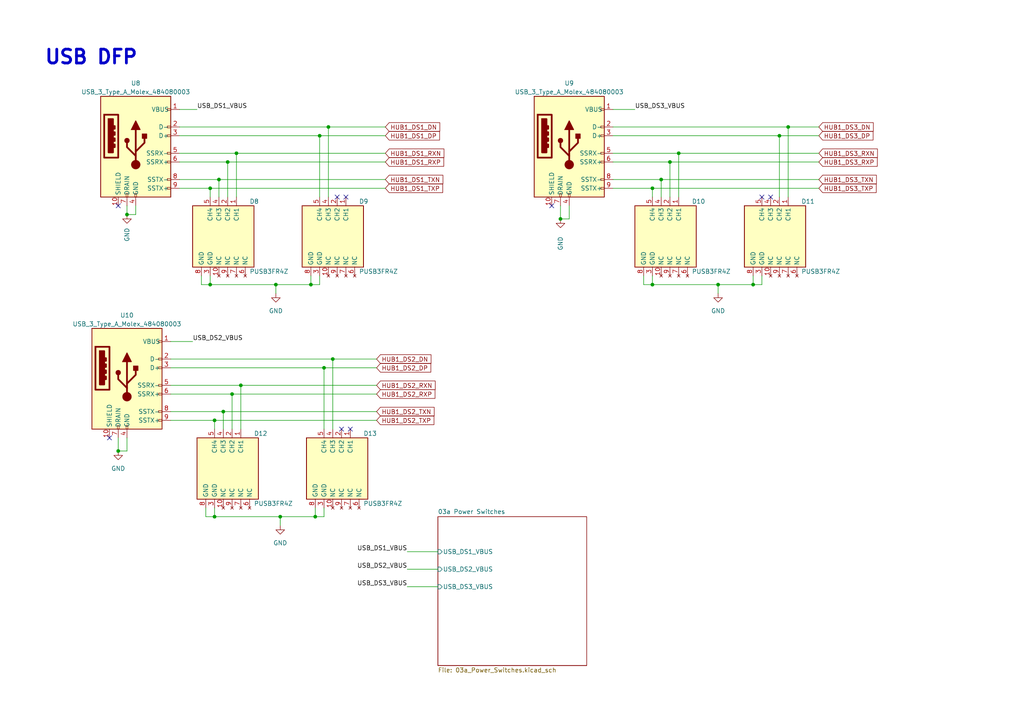
<source format=kicad_sch>
(kicad_sch (version 20230121) (generator eeschema)
  (paper "A4")
  (lib_symbols
    (symbol "CakeUSB:PUSB3FR4Z"
      (property "Reference" "D" (at -10.16 10.16 0))
      (property "Value" "PUSB3FR4Z" (at 11.43 10.16 0))
      (symbol "PUSB3FR4Z_1_1"
        (rectangle (start -8.89 8.89) (end 8.89 -8.89) (stroke (width 0.254)) (fill (type background)))
        (pin passive line (at -11.43 3.81 0) (length 2.54) (name "CH1") (number "1"))
        (pin no_connect line (at 11.43 -1.27 180) (length 2.54) (name "NC") (number "10"))
        (pin passive line (at -11.43 1.27 0) (length 2.54) (name "CH2") (number "2"))
        (pin power_in line (at 11.43 -3.81 180) (length 2.54) (name "GND") (number "3"))
        (pin passive line (at -11.43 -1.27 0) (length 2.54) (name "CH3") (number "4"))
        (pin passive line (at -11.43 -3.81 0) (length 2.54) (name "CH4") (number "5"))
        (pin no_connect line (at 11.43 6.35 180) (length 2.54) (name "NC") (number "6"))
        (pin no_connect line (at 11.43 3.81 180) (length 2.54) (name "NC") (number "7"))
        (pin power_in line (at 11.43 -6.35 180) (length 2.54) (name "GND") (number "8"))
        (pin no_connect line (at 11.43 1.27 180) (length 2.54) (name "NC") (number "9"))
      )
    )
    (symbol "CakeUSB:USB_3_Type_A_Molex_484080003"
      (property "Reference" "J" (at -11.43 15.24 0))
      (property "Value" "USB_3_Type_A_Molex_484080003" (at 22.86 15.24 0))
      (symbol "USB_3_Type_A_Molex_484080003_0_0"
        (rectangle (start -9.144 8.636) (end -5.08 -3.81) (stroke (width 0.508)))
        (rectangle (start -7.874 7.366) (end -6.604 -2.286) (stroke (width 0.508)) (fill (type outline)))
        (rectangle (start -6.35 0) (end -6.096 -0.762) (stroke (width 0.508)))
        (rectangle (start -6.35 1.778) (end -6.096 1.016) (stroke (width 0.508)))
        (rectangle (start -6.35 3.556) (end -6.096 2.794) (stroke (width 0.508)))
        (rectangle (start -6.35 5.334) (end -6.096 4.572) (stroke (width 0.508)))
        (rectangle (start -2.794 -15.24) (end -2.286 -14.224))
        (rectangle (start -0.254 -15.24) (end 0.254 -14.224))
        (rectangle (start 10.16 -12.446) (end 9.144 -12.954))
        (rectangle (start 10.16 -9.906) (end 9.144 -10.414))
        (rectangle (start 10.16 -4.826) (end 9.144 -5.334))
        (rectangle (start 10.16 -2.286) (end 9.144 -2.794))
        (rectangle (start 10.16 2.794) (end 9.144 2.286))
        (rectangle (start 10.16 5.334) (end 9.144 4.826))
        (rectangle (start 10.16 10.414) (end 9.144 9.906))
      )
      (symbol "USB_3_Type_A_Molex_484080003_0_1"
        (rectangle (start -10.16 13.97) (end 10.16 -15.24) (stroke (width 0.254)) (fill (type background)))
      )
      (symbol "USB_3_Type_A_Molex_484080003_1_1"
        (circle (center -2.54 1.143) (radius 0.635) (stroke (width 0.254)) (fill (type outline)))
        (circle (center 0 -5.842) (radius 1.27) (fill (type outline)))
        (polyline (pts (xy 0 -5.842) (xy 0 4.318)) (stroke (width 0.508)))
        (polyline (pts (xy 0 -3.302) (xy -2.54 -0.762) (xy -2.54 0.508)) (stroke (width 0.508)))
        (polyline (pts (xy 0 -2.032) (xy 2.54 0.508) (xy 2.54 1.778)) (stroke (width 0.508)))
        (polyline (pts (xy -1.27 4.318) (xy 0 6.858) (xy 1.27 4.318) (xy -1.27 4.318)) (stroke (width 0.254)) (fill (type outline)))
        (rectangle (start 1.905 1.778) (end 3.175 3.048) (stroke (width 0.254)) (fill (type outline)))
        (pin passive line (at 12.7 10.16 180) (length 2.54) (name "VBUS") (number "1"))
        (pin passive line (at -5.08 -17.78 90) (length 2.54) (name "SHIELD") (number "10"))
        (pin bidirectional line (at 12.7 5.08 180) (length 2.54) (name "D-") (number "2"))
        (pin bidirectional line (at 12.7 2.54 180) (length 2.54) (name "D+") (number "3"))
        (pin power_in line (at 0 -17.78 90) (length 2.54) (name "GND") (number "4"))
        (pin output line (at 12.7 -2.54 180) (length 2.54) (name "SSRX-") (number "5"))
        (pin output line (at 12.7 -5.08 180) (length 2.54) (name "SSRX+") (number "6"))
        (pin passive line (at -2.54 -17.78 90) (length 2.54) (name "DRAIN") (number "7"))
        (pin input line (at 12.7 -10.16 180) (length 2.54) (name "SSTX-") (number "8"))
        (pin input line (at 12.7 -12.7 180) (length 2.54) (name "SSTX+") (number "9"))
      )
    )
    (symbol "power:GND" (power) (pin_names (offset 0))
      (property "Value" "GND" (at 0 -3.81 0))
      (symbol "GND_0_1"
        (polyline (pts (xy 0 0) (xy 0 -1.27) (xy 1.27 -1.27) (xy 0 -2.54) (xy -1.27 -1.27) (xy 0 -1.27)))
      )
      (symbol "GND_1_1"
        (pin power_in line (at 0 0 270) (length 0) hide (name "GND") (number "1"))
      )
    )
  )
  (junction (at 194.31 46.99))
  (junction (at 67.31 114.3))
  (junction (at 228.6 36.83))
  (junction (at 66.04 46.99))
  (junction (at 196.85 44.45))
  (junction (at 68.58 44.45))
  (junction (at 95.25 36.83))
  (junction (at 80.01 82.55))
  (junction (at 218.44 82.55))
  (junction (at 60.96 54.61))
  (junction (at 189.23 54.61))
  (junction (at 92.71 39.37))
  (junction (at 93.98 106.68))
  (junction (at 81.28 149.86))
  (junction (at 36.83 62.23))
  (junction (at 63.5 52.07))
  (junction (at 226.06 39.37))
  (junction (at 60.96 82.55))
  (junction (at 90.17 82.55))
  (junction (at 34.29 130.81))
  (junction (at 96.52 104.14))
  (junction (at 91.44 149.86))
  (junction (at 64.77 119.38))
  (junction (at 62.23 121.92))
  (junction (at 189.23 82.55))
  (junction (at 208.28 82.55))
  (junction (at 69.85 111.76))
  (junction (at 162.56 63.5))
  (junction (at 62.23 149.86))
  (junction (at 191.77 52.07))
  (no_connect (at 34.29 59.69))
  (no_connect (at 101.6 124.46))
  (no_connect (at 97.79 57.15))
  (no_connect (at 223.52 57.15))
  (no_connect (at 31.75 127))
  (no_connect (at 99.06 124.46))
  (no_connect (at 160.02 59.69))
  (no_connect (at 220.98 57.15))
  (no_connect (at 100.33 57.15))
  (wire (pts (xy 189.23 54.61) (xy 189.23 57.15)))
  (wire (pts (xy 191.77 52.07) (xy 191.77 57.15)))
  (wire (pts (xy 95.25 36.83) (xy 111.76 36.83)))
  (wire (pts (xy 92.71 39.37) (xy 92.71 57.15)))
  (wire (pts (xy 93.98 106.68) (xy 93.98 124.46)))
  (wire (pts (xy 66.04 46.99) (xy 111.76 46.99)))
  (wire (pts (xy 36.83 62.23) (xy 39.37 62.23)))
  (wire (pts (xy 90.17 80.01) (xy 90.17 82.55)))
  (wire (pts (xy 165.1 63.5) (xy 165.1 59.69)))
  (wire (pts (xy 162.56 63.5) (xy 165.1 63.5)))
  (wire (pts (xy 92.71 82.55) (xy 90.17 82.55)))
  (wire (pts (xy 191.77 52.07) (xy 237.49 52.07)))
  (wire (pts (xy 36.83 130.81) (xy 36.83 127)))
  (wire (pts (xy 49.53 106.68) (xy 93.98 106.68)))
  (wire (pts (xy 177.8 46.99) (xy 194.31 46.99)))
  (wire (pts (xy 96.52 104.14) (xy 109.22 104.14)))
  (wire (pts (xy 63.5 52.07) (xy 63.5 57.15)))
  (wire (pts (xy 218.44 80.01) (xy 218.44 82.55)))
  (wire (pts (xy 67.31 124.46) (xy 67.31 114.3)))
  (wire (pts (xy 189.23 82.55) (xy 208.28 82.55)))
  (wire (pts (xy 118.11 160.02) (xy 127 160.02)))
  (wire (pts (xy 52.07 44.45) (xy 68.58 44.45)))
  (wire (pts (xy 36.83 59.69) (xy 36.83 62.23)))
  (wire (pts (xy 228.6 36.83) (xy 228.6 57.15)))
  (wire (pts (xy 218.44 82.55) (xy 208.28 82.55)))
  (wire (pts (xy 177.8 36.83) (xy 228.6 36.83)))
  (wire (pts (xy 68.58 44.45) (xy 111.76 44.45)))
  (wire (pts (xy 67.31 114.3) (xy 109.22 114.3)))
  (wire (pts (xy 226.06 57.15) (xy 226.06 39.37)))
  (wire (pts (xy 34.29 127) (xy 34.29 130.81)))
  (wire (pts (xy 60.96 54.61) (xy 111.76 54.61)))
  (wire (pts (xy 96.52 104.14) (xy 96.52 124.46)))
  (wire (pts (xy 177.8 31.75) (xy 184.15 31.75)))
  (wire (pts (xy 90.17 82.55) (xy 80.01 82.55)))
  (wire (pts (xy 49.53 121.92) (xy 62.23 121.92)))
  (wire (pts (xy 226.06 39.37) (xy 237.49 39.37)))
  (wire (pts (xy 60.96 82.55) (xy 80.01 82.55)))
  (wire (pts (xy 118.11 170.18) (xy 127 170.18)))
  (wire (pts (xy 162.56 59.69) (xy 162.56 63.5)))
  (wire (pts (xy 189.23 80.01) (xy 189.23 82.55)))
  (wire (pts (xy 52.07 52.07) (xy 63.5 52.07)))
  (wire (pts (xy 92.71 39.37) (xy 111.76 39.37)))
  (wire (pts (xy 34.29 130.81) (xy 36.83 130.81)))
  (wire (pts (xy 52.07 39.37) (xy 92.71 39.37)))
  (wire (pts (xy 62.23 121.92) (xy 109.22 121.92)))
  (wire (pts (xy 228.6 36.83) (xy 237.49 36.83)))
  (wire (pts (xy 177.8 54.61) (xy 189.23 54.61)))
  (wire (pts (xy 52.07 36.83) (xy 95.25 36.83)))
  (wire (pts (xy 189.23 54.61) (xy 237.49 54.61)))
  (wire (pts (xy 62.23 147.32) (xy 62.23 149.86)))
  (wire (pts (xy 60.96 80.01) (xy 60.96 82.55)))
  (wire (pts (xy 186.69 80.01) (xy 186.69 82.55)))
  (wire (pts (xy 62.23 149.86) (xy 81.28 149.86)))
  (wire (pts (xy 49.53 104.14) (xy 96.52 104.14)))
  (wire (pts (xy 49.53 99.06) (xy 55.88 99.06)))
  (wire (pts (xy 208.28 82.55) (xy 208.28 85.09)))
  (wire (pts (xy 58.42 82.55) (xy 60.96 82.55)))
  (wire (pts (xy 68.58 44.45) (xy 68.58 57.15)))
  (wire (pts (xy 220.98 82.55) (xy 218.44 82.55)))
  (wire (pts (xy 80.01 82.55) (xy 80.01 85.09)))
  (wire (pts (xy 52.07 31.75) (xy 57.15 31.75)))
  (wire (pts (xy 58.42 80.01) (xy 58.42 82.55)))
  (wire (pts (xy 194.31 57.15) (xy 194.31 46.99)))
  (wire (pts (xy 81.28 149.86) (xy 81.28 152.4)))
  (wire (pts (xy 186.69 82.55) (xy 189.23 82.55)))
  (wire (pts (xy 118.11 165.1) (xy 127 165.1)))
  (wire (pts (xy 62.23 121.92) (xy 62.23 124.46)))
  (wire (pts (xy 91.44 149.86) (xy 81.28 149.86)))
  (wire (pts (xy 196.85 57.15) (xy 196.85 44.45)))
  (wire (pts (xy 49.53 111.76) (xy 69.85 111.76)))
  (wire (pts (xy 69.85 111.76) (xy 109.22 111.76)))
  (wire (pts (xy 177.8 52.07) (xy 191.77 52.07)))
  (wire (pts (xy 93.98 147.32) (xy 93.98 149.86)))
  (wire (pts (xy 91.44 147.32) (xy 91.44 149.86)))
  (wire (pts (xy 60.96 54.61) (xy 60.96 57.15)))
  (wire (pts (xy 69.85 111.76) (xy 69.85 124.46)))
  (wire (pts (xy 196.85 44.45) (xy 237.49 44.45)))
  (wire (pts (xy 39.37 62.23) (xy 39.37 59.69)))
  (wire (pts (xy 66.04 46.99) (xy 66.04 57.15)))
  (wire (pts (xy 52.07 54.61) (xy 60.96 54.61)))
  (wire (pts (xy 64.77 119.38) (xy 109.22 119.38)))
  (wire (pts (xy 220.98 80.01) (xy 220.98 82.55)))
  (wire (pts (xy 177.8 44.45) (xy 196.85 44.45)))
  (wire (pts (xy 64.77 119.38) (xy 64.77 124.46)))
  (wire (pts (xy 93.98 149.86) (xy 91.44 149.86)))
  (wire (pts (xy 177.8 39.37) (xy 226.06 39.37)))
  (wire (pts (xy 95.25 36.83) (xy 95.25 57.15)))
  (wire (pts (xy 92.71 80.01) (xy 92.71 82.55)))
  (wire (pts (xy 52.07 46.99) (xy 66.04 46.99)))
  (wire (pts (xy 194.31 46.99) (xy 237.49 46.99)))
  (wire (pts (xy 59.69 149.86) (xy 62.23 149.86)))
  (wire (pts (xy 93.98 106.68) (xy 109.22 106.68)))
  (wire (pts (xy 49.53 119.38) (xy 64.77 119.38)))
  (wire (pts (xy 63.5 52.07) (xy 111.76 52.07)))
  (wire (pts (xy 59.69 147.32) (xy 59.69 149.86)))
  (wire (pts (xy 49.53 114.3) (xy 67.31 114.3)))
  (text "USB DFP" (at 12.7 19.05 0) (effects (font (size 4 4) bold) (justify left bottom)))
  (label "USB_DS3_VBUS" (at 184.15 31.75 0))
  (label "USB_DS3_VBUS" (at 118.11 170.18 180))
  (label "USB_DS1_VBUS" (at 57.15 31.75 0))
  (label "USB_DS2_VBUS" (at 118.11 165.1 180))
  (label "USB_DS2_VBUS" (at 55.88 99.06 0))
  (label "USB_DS1_VBUS" (at 118.11 160.02 180))
  (global_label "HUB1_DS2_RXN" (shape input) (at 109.22 111.76 0) (property "Intersheetrefs" "${INTERSHEET_REFS}" (effects hide)))
  (global_label "HUB1_DS1_DN" (shape input) (at 111.76 36.83 0) (property "Intersheetrefs" "${INTERSHEET_REFS}" (effects hide)))
  (global_label "HUB1_DS3_DP" (shape input) (at 237.49 39.37 0) (property "Intersheetrefs" "${INTERSHEET_REFS}" (effects hide)))
  (global_label "HUB1_DS2_TXP" (shape input) (at 109.22 121.92 0) (property "Intersheetrefs" "${INTERSHEET_REFS}" (effects hide)))
  (global_label "HUB1_DS2_DP" (shape input) (at 109.22 106.68 0) (property "Intersheetrefs" "${INTERSHEET_REFS}" (effects hide)))
  (global_label "HUB1_DS2_TXN" (shape input) (at 109.22 119.38 0) (property "Intersheetrefs" "${INTERSHEET_REFS}" (effects hide)))
  (global_label "HUB1_DS1_TXN" (shape input) (at 111.76 52.07 0) (property "Intersheetrefs" "${INTERSHEET_REFS}" (effects hide)))
  (global_label "HUB1_DS3_TXN" (shape input) (at 237.49 52.07 0) (property "Intersheetrefs" "${INTERSHEET_REFS}" (effects hide)))
  (global_label "HUB1_DS3_DN" (shape input) (at 237.49 36.83 0) (property "Intersheetrefs" "${INTERSHEET_REFS}" (effects hide)))
  (global_label "HUB1_DS3_TXP" (shape input) (at 237.49 54.61 0) (property "Intersheetrefs" "${INTERSHEET_REFS}" (effects hide)))
  (global_label "HUB1_DS2_RXP" (shape input) (at 109.22 114.3 0) (property "Intersheetrefs" "${INTERSHEET_REFS}" (effects hide)))
  (global_label "HUB1_DS1_RXN" (shape input) (at 111.76 44.45 0) (property "Intersheetrefs" "${INTERSHEET_REFS}" (effects hide)))
  (global_label "HUB1_DS1_DP" (shape input) (at 111.76 39.37 0) (property "Intersheetrefs" "${INTERSHEET_REFS}" (effects hide)))
  (global_label "HUB1_DS3_RXN" (shape input) (at 237.49 44.45 0) (property "Intersheetrefs" "${INTERSHEET_REFS}" (effects hide)))
  (global_label "HUB1_DS1_TXP" (shape input) (at 111.76 54.61 0) (property "Intersheetrefs" "${INTERSHEET_REFS}" (effects hide)))
  (global_label "HUB1_DS3_RXP" (shape input) (at 237.49 46.99 0) (property "Intersheetrefs" "${INTERSHEET_REFS}" (effects hide)))
  (global_label "HUB1_DS1_RXP" (shape input) (at 111.76 46.99 0) (property "Intersheetrefs" "${INTERSHEET_REFS}" (effects hide)))
  (global_label "HUB1_DS2_DN" (shape input) (at 109.22 104.14 0) (property "Intersheetrefs" "${INTERSHEET_REFS}" (effects hide)))
  (symbol (lib_id "CakeUSB:USB_3_Type_A_Molex_484080003") (at 165.1 41.91 0) (unit 1)
    (property "Reference" "U9" (at 165.1 24.13 0))
    (property "Value" "USB_3_Type_A_Molex_484080003" (at 165.1 26.67 0))
    (property "Footprint" "CakeUSB:Molex_484080003" (effects hide))
  )
  (symbol (lib_id "CakeUSB:PUSB3FR4Z") (at 97.79 135.89 270) (unit 1)
    (property "Reference" "D13" (at 105.41 125.73 90) (effects (justify left)))
    (property "Value" "PUSB3FR4Z" (at 105.41 146.05 90) (effects (justify left)))
    (property "Footprint" "CakeUSB:PUSB3FR4Z" (effects hide))
    (property "Datasheet" "https://assets.nexperia.com/documents/data-sheet/PUSB3FR4.pdf" (effects hide))
  )
  (symbol (lib_id "CakeUSB:PUSB3FR4Z") (at 193.04 68.58 270) (unit 1)
    (property "Reference" "D10" (at 200.66 58.42 90) (effects (justify left)))
    (property "Value" "PUSB3FR4Z" (at 200.66 78.74 90) (effects (justify left)))
    (property "Footprint" "CakeUSB:PUSB3FR4Z" (effects hide))
    (property "Datasheet" "https://assets.nexperia.com/documents/data-sheet/PUSB3FR4.pdf" (effects hide))
  )
  (symbol (lib_id "CakeUSB:PUSB3FR4Z") (at 64.77 68.58 270) (unit 1)
    (property "Reference" "D8" (at 72.39 58.42 90) (effects (justify left)))
    (property "Value" "PUSB3FR4Z" (at 72.39 78.74 90) (effects (justify left)))
    (property "Footprint" "CakeUSB:PUSB3FR4Z" (effects hide))
    (property "Datasheet" "https://assets.nexperia.com/documents/data-sheet/PUSB3FR4.pdf" (effects hide))
  )
  (symbol (lib_id "power:GND") (at 81.28 152.4 0) (unit 1)
    (property "Reference" "#PWR055" (effects hide))
    (property "Value" "GND" (at 81.28 157.48 0))
  )
  (symbol (lib_id "power:GND") (at 34.29 130.81 0) (unit 1)
    (property "Reference" "#PWR054" (effects hide))
    (property "Value" "GND" (at 34.29 135.89 0))
  )
  (symbol (lib_id "power:GND") (at 162.56 63.5 0) (unit 1)
    (property "Reference" "#PWR051" (effects hide))
    (property "Value" "GND" (at 162.56 68.58 90) (effects (justify right)))
  )
  (symbol (lib_id "CakeUSB:PUSB3FR4Z") (at 224.79 68.58 270) (unit 1)
    (property "Reference" "D11" (at 232.41 58.42 90) (effects (justify left)))
    (property "Value" "PUSB3FR4Z" (at 232.41 78.74 90) (effects (justify left)))
    (property "Footprint" "CakeUSB:PUSB3FR4Z" (effects hide))
    (property "Datasheet" "https://assets.nexperia.com/documents/data-sheet/PUSB3FR4.pdf" (effects hide))
  )
  (symbol (lib_id "CakeUSB:USB_3_Type_A_Molex_484080003") (at 36.83 109.22 0) (unit 1)
    (property "Reference" "U10" (at 36.83 91.44 0))
    (property "Value" "USB_3_Type_A_Molex_484080003" (at 36.83 93.98 0))
    (property "Footprint" "CakeUSB:Molex_484080003" (effects hide))
  )
  (symbol (lib_id "power:GND") (at 208.28 85.09 0) (unit 1)
    (property "Reference" "#PWR053" (effects hide))
    (property "Value" "GND" (at 208.28 90.17 0))
  )
  (symbol (lib_id "CakeUSB:PUSB3FR4Z") (at 96.52 68.58 270) (unit 1)
    (property "Reference" "D9" (at 104.14 58.42 90) (effects (justify left)))
    (property "Value" "PUSB3FR4Z" (at 104.14 78.74 90) (effects (justify left)))
    (property "Footprint" "CakeUSB:PUSB3FR4Z" (effects hide))
    (property "Datasheet" "https://assets.nexperia.com/documents/data-sheet/PUSB3FR4.pdf" (effects hide))
  )
  (symbol (lib_id "CakeUSB:PUSB3FR4Z") (at 66.04 135.89 270) (unit 1)
    (property "Reference" "D12" (at 73.66 125.73 90) (effects (justify left)))
    (property "Value" "PUSB3FR4Z" (at 73.66 146.05 90) (effects (justify left)))
    (property "Footprint" "CakeUSB:PUSB3FR4Z" (effects hide))
    (property "Datasheet" "https://assets.nexperia.com/documents/data-sheet/PUSB3FR4.pdf" (effects hide))
  )
  (symbol (lib_id "CakeUSB:USB_3_Type_A_Molex_484080003") (at 39.37 41.91 0) (unit 1)
    (property "Reference" "U8" (at 39.37 24.13 0))
    (property "Value" "USB_3_Type_A_Molex_484080003" (at 39.37 26.67 0))
    (property "Footprint" "CakeUSB:Molex_484080003" (effects hide))
  )
  (symbol (lib_id "power:GND") (at 36.83 62.23 0) (unit 1)
    (property "Reference" "#PWR050" (effects hide))
    (property "Value" "GND" (at 36.83 66.04 90) (effects (justify right)))
  )
  (symbol (lib_id "power:GND") (at 80.01 85.09 0) (unit 1)
    (property "Reference" "#PWR052" (effects hide))
    (property "Value" "GND" (at 80.01 90.17 0))
  )
  (sheet (at 127 149.86) (size 43.18 43.18) (stroke (width 0.1524))
    (property "Sheetname" "03a Power Switches" (at 127 149.1484 0) (effects (justify left bottom)))
    (property "Sheetfile" "03a_Power_Switches.kicad_sch" (at 127 193.6246 0) (effects (justify left top)))
    (pin "USB_DS1_VBUS" input (at 127 160.02 180))
    (pin "USB_DS2_VBUS" input (at 127 165.1 180))
    (pin "USB_DS3_VBUS" input (at 127 170.18 180))
  )
)
</source>
